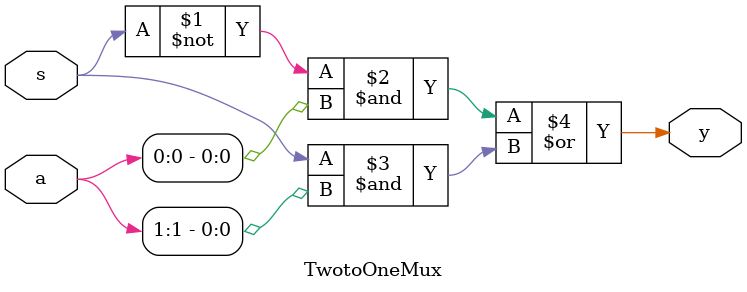
<source format=v>
module TwotoOneMux (
    input [1:0]a,
    input s,
    output y
);  
    assign y = (~s & a[0]) | (s & a[1]);
endmodule
</source>
